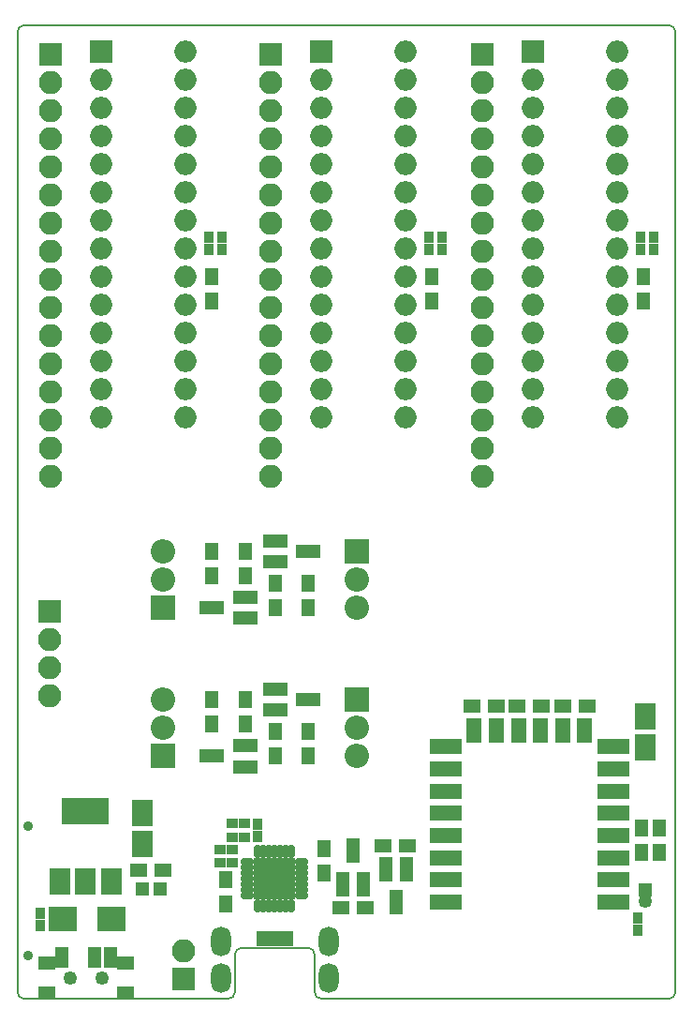
<source format=gbr>
%TF.GenerationSoftware,KiCad,Pcbnew,5.0.0*%
%TF.CreationDate,2018-08-31T22:22:52+02:00*%
%TF.ProjectId,cube,637562652E6B696361645F7063620000,B*%
%TF.SameCoordinates,Original*%
%TF.FileFunction,Soldermask,Top*%
%TF.FilePolarity,Negative*%
%FSLAX46Y46*%
G04 Gerber Fmt 4.6, Leading zero omitted, Abs format (unit mm)*
G04 Created by KiCad (PCBNEW 5.0.0) date Fri Aug 31 22:22:52 2018*
%MOMM*%
%LPD*%
G01*
G04 APERTURE LIST*
%ADD10C,0.150000*%
%ADD11O,1.800000X2.700000*%
%ADD12R,0.800000X1.450000*%
%ADD13R,2.500580X2.200860*%
%ADD14C,1.250000*%
%ADD15R,1.300000X1.900000*%
%ADD16R,1.500000X1.200000*%
%ADD17R,1.600000X1.300000*%
%ADD18R,0.900000X1.000000*%
%ADD19R,1.300000X1.600000*%
%ADD20R,1.900000X2.350000*%
%ADD21R,1.000000X0.900000*%
%ADD22R,1.200000X1.200000*%
%ADD23O,2.100000X2.100000*%
%ADD24R,2.100000X2.100000*%
%ADD25R,1.200000X2.300000*%
%ADD26O,2.200000X2.200000*%
%ADD27R,2.200000X2.200000*%
%ADD28R,2.900000X1.400000*%
%ADD29R,1.400000X2.200000*%
%ADD30R,2.075000X2.075000*%
%ADD31O,1.250000X0.700000*%
%ADD32O,0.700000X1.250000*%
%ADD33O,2.000000X2.000000*%
%ADD34R,2.000000X2.000000*%
%ADD35R,1.900000X2.400000*%
%ADD36R,4.200000X2.400000*%
%ADD37R,2.300000X1.200000*%
%ADD38O,1.250000X1.250000*%
%ADD39R,1.250000X1.250000*%
%ADD40C,0.900000*%
G04 APERTURE END LIST*
D10*
X116300000Y-64400000D02*
G75*
G02X116900000Y-65000000I0J-600000D01*
G01*
X116900000Y-151700000D02*
X116900000Y-65000000D01*
X116900000Y-151700000D02*
G75*
G02X116300000Y-152300000I-600000J0D01*
G01*
X58000000Y-64400000D02*
X116300000Y-64400000D01*
X57400000Y-65000000D02*
G75*
G02X58000000Y-64400000I600000J0D01*
G01*
X58000000Y-152300000D02*
G75*
G02X57400000Y-151700000I0J600000D01*
G01*
X76450000Y-152300000D02*
X58000000Y-152300000D01*
X84900000Y-152300000D02*
X116300000Y-152300000D01*
X57400000Y-151700000D02*
X57400000Y-65000000D01*
X84275000Y-148300000D02*
X84275000Y-151700000D01*
X84875000Y-152300000D02*
G75*
G02X84275000Y-151700000I0J600000D01*
G01*
X83675000Y-147700000D02*
G75*
G02X84275000Y-148300000I0J-600000D01*
G01*
X77675000Y-147700000D02*
X83675000Y-147700000D01*
X77075000Y-148300000D02*
G75*
G02X77675000Y-147700000I600000J0D01*
G01*
X77075000Y-151700000D02*
G75*
G02X76475000Y-152300000I-600000J0D01*
G01*
X77075000Y-148300000D02*
X77075000Y-151700000D01*
D11*
X75825000Y-147100000D03*
D12*
X79375000Y-146875000D03*
X80025000Y-146875000D03*
X80675000Y-146875000D03*
X81325000Y-146875000D03*
X81975000Y-146875000D03*
D11*
X75825000Y-150400000D03*
X85525000Y-150400000D03*
X85525000Y-147100000D03*
D13*
X65874640Y-145125000D03*
X61475360Y-145125000D03*
D14*
X62200000Y-150400000D03*
D15*
X61450000Y-148550000D03*
X64350000Y-148550000D03*
X65850000Y-148550000D03*
D16*
X67200000Y-149050000D03*
X67200000Y-151750000D03*
X60100000Y-151750000D03*
X60100000Y-149050000D03*
D14*
X65100000Y-150400000D03*
D17*
X106700000Y-125900000D03*
X108900000Y-125900000D03*
X98500000Y-125900000D03*
X100700000Y-125900000D03*
D18*
X75900000Y-83500000D03*
X75900000Y-84600000D03*
D19*
X113800000Y-139100000D03*
X113800000Y-136900000D03*
D18*
X95800000Y-83500000D03*
X95800000Y-84600000D03*
D19*
X94850000Y-89300000D03*
X94850000Y-87100000D03*
X115400000Y-139100000D03*
X115400000Y-136900000D03*
D17*
X102600000Y-125900000D03*
X104800000Y-125900000D03*
D18*
X113775000Y-84600000D03*
X113775000Y-83500000D03*
X113450000Y-145050000D03*
X113450000Y-146150000D03*
D20*
X114200000Y-129575000D03*
X114200000Y-126825000D03*
D18*
X59500000Y-144550000D03*
X59500000Y-145650000D03*
D20*
X68675000Y-135550000D03*
X68675000Y-138300000D03*
D18*
X79075000Y-137650000D03*
X79075000Y-136550000D03*
D21*
X76825000Y-136500000D03*
X77925000Y-136500000D03*
X77925000Y-137700000D03*
X76825000Y-137700000D03*
X75725000Y-138800000D03*
X76825000Y-138800000D03*
X76825000Y-140000000D03*
X75725000Y-140000000D03*
D18*
X74750000Y-84600000D03*
X74750000Y-83500000D03*
X94650000Y-84600000D03*
X94650000Y-83500000D03*
X114900000Y-83500000D03*
X114900000Y-84600000D03*
D22*
X68675000Y-142425000D03*
X70275000Y-142425000D03*
D23*
X72450000Y-147960000D03*
D24*
X72450000Y-150500000D03*
D23*
X60400000Y-105100000D03*
X60400000Y-102560000D03*
X60400000Y-100020000D03*
X60400000Y-97480000D03*
X60400000Y-94940000D03*
X60400000Y-92400000D03*
X60400000Y-89860000D03*
X60400000Y-87320000D03*
X60400000Y-84780000D03*
X60400000Y-82240000D03*
X60400000Y-79700000D03*
X60400000Y-77160000D03*
X60400000Y-74620000D03*
X60400000Y-72080000D03*
X60400000Y-69540000D03*
D24*
X60400000Y-67000000D03*
X80300000Y-67000000D03*
D23*
X80300000Y-69540000D03*
X80300000Y-72080000D03*
X80300000Y-74620000D03*
X80300000Y-77160000D03*
X80300000Y-79700000D03*
X80300000Y-82240000D03*
X80300000Y-84780000D03*
X80300000Y-87320000D03*
X80300000Y-89860000D03*
X80300000Y-92400000D03*
X80300000Y-94940000D03*
X80300000Y-97480000D03*
X80300000Y-100020000D03*
X80300000Y-102560000D03*
X80300000Y-105100000D03*
X99450000Y-105100000D03*
X99450000Y-102560000D03*
X99450000Y-100020000D03*
X99450000Y-97480000D03*
X99450000Y-94940000D03*
X99450000Y-92400000D03*
X99450000Y-89860000D03*
X99450000Y-87320000D03*
X99450000Y-84780000D03*
X99450000Y-82240000D03*
X99450000Y-79700000D03*
X99450000Y-77160000D03*
X99450000Y-74620000D03*
X99450000Y-72080000D03*
X99450000Y-69540000D03*
D24*
X99450000Y-67000000D03*
D23*
X60350000Y-124920000D03*
X60350000Y-122380000D03*
X60350000Y-119840000D03*
D24*
X60350000Y-117300000D03*
D25*
X87775000Y-138950000D03*
X88725000Y-141950000D03*
X86825000Y-141950000D03*
X92575000Y-140600000D03*
X90675000Y-140600000D03*
X91625000Y-143600000D03*
D26*
X88100000Y-116980000D03*
X88100000Y-114440000D03*
D27*
X88100000Y-111900000D03*
X70600000Y-117000000D03*
D26*
X70600000Y-114460000D03*
X70600000Y-111920000D03*
D27*
X88100000Y-125300000D03*
D26*
X88100000Y-127840000D03*
X88100000Y-130380000D03*
X70600000Y-125320000D03*
X70600000Y-127860000D03*
D27*
X70600000Y-130400000D03*
D17*
X70575000Y-140725000D03*
X68375000Y-140725000D03*
D19*
X85125000Y-138750000D03*
X85125000Y-140950000D03*
D17*
X86675000Y-144050000D03*
X88875000Y-144050000D03*
X92675000Y-138450000D03*
X90475000Y-138450000D03*
D19*
X74950000Y-87100000D03*
X74950000Y-89300000D03*
X83700000Y-114800000D03*
X83700000Y-117000000D03*
X114000000Y-87100000D03*
X114000000Y-89300000D03*
X80700000Y-114800000D03*
X80700000Y-117000000D03*
X78000000Y-111900000D03*
X78000000Y-114100000D03*
X75000000Y-111900000D03*
X75000000Y-114100000D03*
X76275000Y-143700000D03*
X76275000Y-141500000D03*
D28*
X96100000Y-143550000D03*
X96100000Y-141550000D03*
X96100000Y-139550000D03*
X96100000Y-137550000D03*
X96100000Y-135550000D03*
X96100000Y-133550000D03*
X96100000Y-131550000D03*
X96100000Y-129550000D03*
D29*
X98700000Y-128050000D03*
X100700000Y-128050000D03*
X102700000Y-128050000D03*
X104700000Y-128050000D03*
X106700000Y-128050000D03*
X108700000Y-128050000D03*
D28*
X111300000Y-129550000D03*
X111300000Y-131550000D03*
X111300000Y-133550000D03*
X111300000Y-135550000D03*
X111300000Y-137550000D03*
X111300000Y-139550000D03*
X111300000Y-141550000D03*
X111300000Y-143550000D03*
D30*
X81475000Y-140625000D03*
X79800000Y-140625000D03*
X81475000Y-142300000D03*
X79800000Y-142300000D03*
D31*
X83087500Y-139962500D03*
X83087500Y-140462500D03*
X83087500Y-140962500D03*
X83087500Y-141462500D03*
X83087500Y-141962500D03*
X83087500Y-142462500D03*
X83087500Y-142962500D03*
D32*
X82137500Y-143912500D03*
X81637500Y-143912500D03*
X81137500Y-143912500D03*
X80637500Y-143912500D03*
X80137500Y-143912500D03*
X79637500Y-143912500D03*
X79137500Y-143912500D03*
D31*
X78187500Y-142962500D03*
X78187500Y-142462500D03*
X78187500Y-141962500D03*
X78187500Y-141462500D03*
X78187500Y-140962500D03*
X78187500Y-140462500D03*
X78187500Y-139962500D03*
D32*
X79137500Y-139012500D03*
X79637500Y-139012500D03*
X80137500Y-139012500D03*
X80637500Y-139012500D03*
X81137500Y-139012500D03*
X81637500Y-139012500D03*
X82137500Y-139012500D03*
D33*
X72620000Y-66800000D03*
X65000000Y-99820000D03*
X72620000Y-69340000D03*
X65000000Y-97280000D03*
X72620000Y-71880000D03*
X65000000Y-94740000D03*
X72620000Y-74420000D03*
X65000000Y-92200000D03*
X72620000Y-76960000D03*
X65000000Y-89660000D03*
X72620000Y-79500000D03*
X65000000Y-87120000D03*
X72620000Y-82040000D03*
X65000000Y-84580000D03*
X72620000Y-84580000D03*
X65000000Y-82040000D03*
X72620000Y-87120000D03*
X65000000Y-79500000D03*
X72620000Y-89660000D03*
X65000000Y-76960000D03*
X72620000Y-92200000D03*
X65000000Y-74420000D03*
X72620000Y-94740000D03*
X65000000Y-71880000D03*
X72620000Y-97280000D03*
X65000000Y-69340000D03*
X72620000Y-99820000D03*
D34*
X65000000Y-66800000D03*
X84900000Y-66800000D03*
D33*
X92520000Y-99820000D03*
X84900000Y-69340000D03*
X92520000Y-97280000D03*
X84900000Y-71880000D03*
X92520000Y-94740000D03*
X84900000Y-74420000D03*
X92520000Y-92200000D03*
X84900000Y-76960000D03*
X92520000Y-89660000D03*
X84900000Y-79500000D03*
X92520000Y-87120000D03*
X84900000Y-82040000D03*
X92520000Y-84580000D03*
X84900000Y-84580000D03*
X92520000Y-82040000D03*
X84900000Y-87120000D03*
X92520000Y-79500000D03*
X84900000Y-89660000D03*
X92520000Y-76960000D03*
X84900000Y-92200000D03*
X92520000Y-74420000D03*
X84900000Y-94740000D03*
X92520000Y-71880000D03*
X84900000Y-97280000D03*
X92520000Y-69340000D03*
X84900000Y-99820000D03*
X92520000Y-66800000D03*
X111670000Y-66800000D03*
X104050000Y-99820000D03*
X111670000Y-69340000D03*
X104050000Y-97280000D03*
X111670000Y-71880000D03*
X104050000Y-94740000D03*
X111670000Y-74420000D03*
X104050000Y-92200000D03*
X111670000Y-76960000D03*
X104050000Y-89660000D03*
X111670000Y-79500000D03*
X104050000Y-87120000D03*
X111670000Y-82040000D03*
X104050000Y-84580000D03*
X111670000Y-84580000D03*
X104050000Y-82040000D03*
X111670000Y-87120000D03*
X104050000Y-79500000D03*
X111670000Y-89660000D03*
X104050000Y-76960000D03*
X111670000Y-92200000D03*
X104050000Y-74420000D03*
X111670000Y-94740000D03*
X104050000Y-71880000D03*
X111670000Y-97280000D03*
X104050000Y-69340000D03*
X111670000Y-99820000D03*
D34*
X104050000Y-66800000D03*
D35*
X61275000Y-141675000D03*
X65875000Y-141675000D03*
X63575000Y-141675000D03*
D36*
X63575000Y-135375000D03*
D37*
X83700000Y-111900000D03*
X80700000Y-112850000D03*
X80700000Y-110950000D03*
X78000000Y-117950000D03*
X78000000Y-116050000D03*
X75000000Y-117000000D03*
X83700000Y-125300000D03*
X80700000Y-126250000D03*
X80700000Y-124350000D03*
X78000000Y-131350000D03*
X78000000Y-129450000D03*
X75000000Y-130400000D03*
D19*
X80700000Y-130400000D03*
X80700000Y-128200000D03*
X83700000Y-128200000D03*
X83700000Y-130400000D03*
X78000000Y-125300000D03*
X78000000Y-127500000D03*
X75000000Y-127500000D03*
X75000000Y-125300000D03*
D38*
X114200000Y-143500000D03*
D39*
X114200000Y-142500000D03*
D40*
X58400000Y-148400000D03*
X58400000Y-136700000D03*
M02*

</source>
